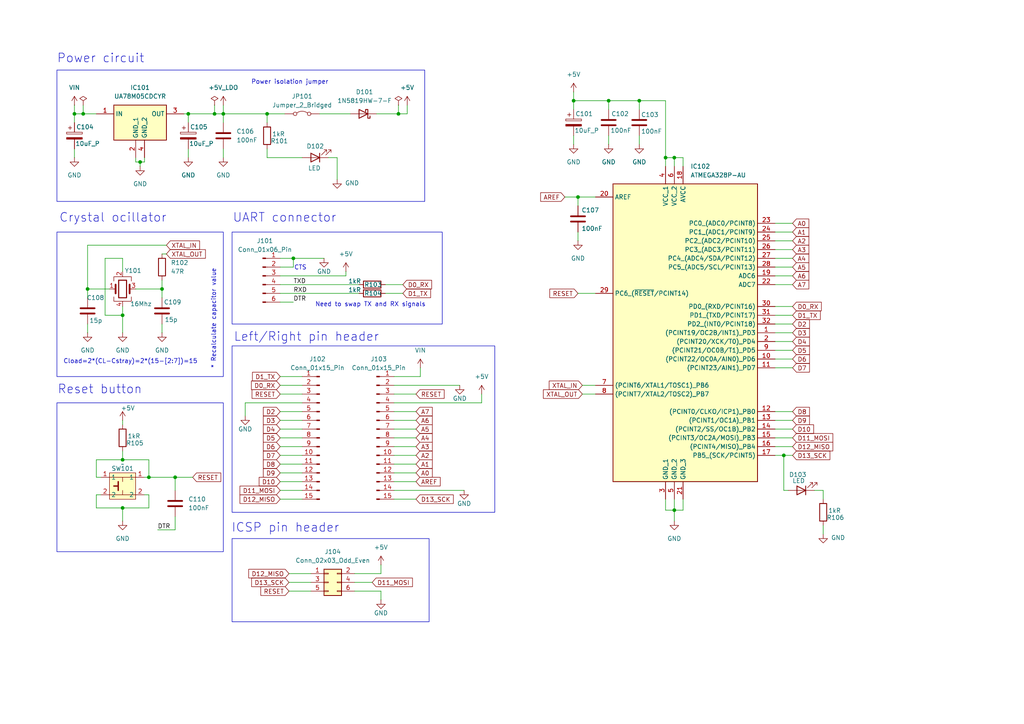
<source format=kicad_sch>
(kicad_sch (version 20250114) (generator "eeschema") (generator_version "9.0")
  (paper "A4")
  (lib_symbols
    (symbol "Connector:Conn_01x06_Pin" (pin_names (offset 1.016) (hide yes))
      (property "Reference" "J" (at 0 7.62 0))
      (property "Value" "Conn_01x06_Pin" (at 0 -10.16 0))
      (symbol "Conn_01x06_Pin_1_1"
        (pin passive line (at 5.08 5.08 180) (length 3.81) (name "Pin_1") (number "1"))
        (pin passive line (at 5.08 2.54 180) (length 3.81) (name "Pin_2") (number "2"))
        (pin passive line (at 5.08 0 180) (length 3.81) (name "Pin_3") (number "3"))
        (pin passive line (at 5.08 -2.54 180) (length 3.81) (name "Pin_4") (number "4"))
        (pin passive line (at 5.08 -5.08 180) (length 3.81) (name "Pin_5") (number "5"))
        (pin passive line (at 5.08 -7.62 180) (length 3.81) (name "Pin_6") (number "6"))
      )
    )
    (symbol "Connector:Conn_01x15_Pin" (pin_names (offset 1.016) (hide yes))
      (property "Reference" "J" (at 0 20.32 0))
      (property "Value" "Conn_01x15_Pin" (at 0 -20.32 0))
      (symbol "Conn_01x15_Pin_1_1"
        (pin passive line (at 5.08 17.78 180) (length 3.81) (name "Pin_1") (number "1"))
        (pin passive line (at 5.08 15.24 180) (length 3.81) (name "Pin_2") (number "2"))
        (pin passive line (at 5.08 12.7 180) (length 3.81) (name "Pin_3") (number "3"))
        (pin passive line (at 5.08 10.16 180) (length 3.81) (name "Pin_4") (number "4"))
        (pin passive line (at 5.08 7.62 180) (length 3.81) (name "Pin_5") (number "5"))
        (pin passive line (at 5.08 5.08 180) (length 3.81) (name "Pin_6") (number "6"))
        (pin passive line (at 5.08 2.54 180) (length 3.81) (name "Pin_7") (number "7"))
        (pin passive line (at 5.08 0 180) (length 3.81) (name "Pin_8") (number "8"))
        (pin passive line (at 5.08 -2.54 180) (length 3.81) (name "Pin_9") (number "9"))
        (pin passive line (at 5.08 -5.08 180) (length 3.81) (name "Pin_10") (number "10"))
        (pin passive line (at 5.08 -7.62 180) (length 3.81) (name "Pin_11") (number "11"))
        (pin passive line (at 5.08 -10.16 180) (length 3.81) (name "Pin_12") (number "12"))
        (pin passive line (at 5.08 -12.7 180) (length 3.81) (name "Pin_13") (number "13"))
        (pin passive line (at 5.08 -15.24 180) (length 3.81) (name "Pin_14") (number "14"))
        (pin passive line (at 5.08 -17.78 180) (length 3.81) (name "Pin_15") (number "15"))
      )
    )
    (symbol "Connector_Generic:Conn_02x03_Odd_Even" (pin_names (offset 1.016) (hide yes))
      (property "Reference" "J" (at 1.27 5.08 0))
      (property "Value" "Conn_02x03_Odd_Even" (at 1.27 -5.08 0))
      (symbol "Conn_02x03_Odd_Even_1_1"
        (pin passive line (at -5.08 2.54 0) (length 3.81) (name "Pin_1") (number "1"))
        (pin passive line (at -5.08 0 0) (length 3.81) (name "Pin_3") (number "3"))
        (pin passive line (at -5.08 -2.54 0) (length 3.81) (name "Pin_5") (number "5"))
        (pin passive line (at 7.62 2.54 180) (length 3.81) (name "Pin_2") (number "2"))
        (pin passive line (at 7.62 0 180) (length 3.81) (name "Pin_4") (number "4"))
        (pin passive line (at 7.62 -2.54 180) (length 3.81) (name "Pin_6") (number "6"))
      )
    )
    (symbol "Device:C" (pin_numbers (hide yes)) (pin_names (offset 0.254))
      (property "Reference" "C" (at 0.635 2.54 0))
      (property "Value" "C" (at 0.635 -2.54 0))
      (symbol "C_1_1"
        (pin passive line (at 0 3.81 270) (length 2.794) (name "~") (number "1"))
        (pin passive line (at 0 -3.81 90) (length 2.794) (name "~") (number "2"))
      )
    )
    (symbol "Device:C_Polarized" (pin_numbers (hide yes)) (pin_names (offset 0.254))
      (property "Reference" "C" (at 0.635 2.54 0))
      (property "Value" "C_Polarized" (at 0.635 -2.54 0))
      (symbol "C_Polarized_1_1"
        (pin passive line (at 0 3.81 270) (length 2.794) (name "~") (number "1"))
        (pin passive line (at 0 -3.81 90) (length 2.794) (name "~") (number "2"))
      )
    )
    (symbol "Device:Crystal_GND24" (pin_names (offset 1.016) (hide yes))
      (property "Reference" "Y" (at 3.175 5.08 0))
      (property "Value" "Crystal_GND24" (at 3.175 3.175 0))
      (symbol "Crystal_GND24_1_1"
        (pin passive line (at -3.81 0 0) (length 1.27) (name "1") (number "1"))
        (pin passive line (at 0 5.08 270) (length 1.27) (name "2") (number "2"))
        (pin passive line (at 0 -5.08 90) (length 1.27) (name "4") (number "4"))
        (pin passive line (at 3.81 0 180) (length 1.27) (name "3") (number "3"))
      )
    )
    (symbol "Device:D_Schottky" (pin_numbers (hide yes)) (pin_names (offset 1.016) (hide yes))
      (property "Reference" "D" (at 0 2.54 0))
      (property "Value" "D_Schottky" (at 0 -2.54 0))
      (symbol "D_Schottky_1_1"
        (pin passive line (at -3.81 0 0) (length 2.54) (name "K") (number "1"))
        (pin passive line (at 3.81 0 180) (length 2.54) (name "A") (number "2"))
      )
    )
    (symbol "Device:LED" (pin_numbers (hide yes)) (pin_names (offset 1.016) (hide yes))
      (property "Reference" "D" (at 0 2.54 0))
      (property "Value" "LED" (at 0 -2.54 0))
      (symbol "LED_1_1"
        (pin passive line (at -3.81 0 0) (length 2.54) (name "K") (number "1"))
        (pin passive line (at 3.81 0 180) (length 2.54) (name "A") (number "2"))
      )
    )
    (symbol "Device:R" (pin_numbers (hide yes)) (pin_names (offset 0))
      (property "Reference" "R" (at 2.032 0 90))
      (property "Value" "R" (at 0 0 90))
      (symbol "R_1_1"
        (pin passive line (at 0 3.81 270) (length 1.27) (name "~") (number "1"))
        (pin passive line (at 0 -3.81 90) (length 1.27) (name "~") (number "2"))
      )
    )
    (symbol "GND_5" (power) (pin_numbers (hide yes)) (pin_names (offset 0) (hide yes))
      (property "Value" "GND" (at 0 -3.81 0))
      (symbol "GND_5_1_1"
        (pin power_in line (at 0 0 270) (length 0) (name "~") (number "1"))
      )
    )
    (symbol "Jumper:Jumper_2_Bridged" (pin_numbers (hide yes)) (pin_names (offset 0) (hide yes))
      (property "Reference" "JP" (at 0 1.905 0))
      (property "Value" "Jumper_2_Bridged" (at 0 -2.54 0))
      (symbol "Jumper_2_Bridged_1_1"
        (pin passive line (at -5.08 0 0) (length 2.54) (name "A") (number "1"))
        (pin passive line (at 5.08 0 180) (length 2.54) (name "B") (number "2"))
      )
    )
    (symbol "atmega328p:ATMEGA328P-AU"
      (property "Reference" "IC" (at 25.146 5.08 0))
      (property "Value" "ATMEGA328P-AU" (at 25.146 2.54 0))
      (symbol "ATMEGA328P-AU_1_1"
        (pin passive line (at -5.08 -3.81 0) (length 5.08) (name "AREF") (number "20"))
        (pin passive line (at -5.08 -31.75 0) (length 5.08) (name "PC6_(~{RESET}/PCINT14)") (number "29"))
        (pin passive line (at -5.08 -58.42 0) (length 5.08) (name "(PCINT6/XTAL1/TOSC1)_PB6") (number "7"))
        (pin passive line (at -5.08 -60.96 0) (length 5.08) (name "(PCINT7/XTAL2/TOSC2)_PB7") (number "8"))
        (pin passive line (at 15.24 5.08 270) (length 5.08) (name "VCC_1") (number "4"))
        (pin passive line (at 15.24 -91.44 90) (length 5.08) (name "GND_1") (number "3"))
        (pin passive line (at 17.78 5.08 270) (length 5.08) (name "VCC_2") (number "6"))
        (pin passive line (at 17.78 -91.44 90) (length 5.08) (name "GND_2") (number "5"))
        (pin passive line (at 20.32 5.08 270) (length 5.08) (name "AVCC") (number "18"))
        (pin passive line (at 20.32 -91.44 90) (length 5.08) (name "GND_3") (number "21"))
        (pin passive line (at 46.99 -11.43 180) (length 5.08) (name "PC0_(ADC0/PCINT8)") (number "23"))
        (pin passive line (at 46.99 -13.97 180) (length 5.08) (name "PC1_(ADC1/PCINT9)") (number "24"))
        (pin passive line (at 46.99 -16.51 180) (length 5.08) (name "PC2_(ADC2/PCINT10)") (number "25"))
        (pin passive line (at 46.99 -19.05 180) (length 5.08) (name "PC3_(ADC3/PCINT11)") (number "26"))
        (pin passive line (at 46.99 -21.59 180) (length 5.08) (name "PC4_(ADC4/SDA/PCINT12)") (number "27"))
        (pin passive line (at 46.99 -24.13 180) (length 5.08) (name "PC5_(ADC5/SCL/PCINT13)") (number "28"))
        (pin passive line (at 46.99 -26.67 180) (length 5.08) (name "ADC6") (number "19"))
        (pin passive line (at 46.99 -29.21 180) (length 5.08) (name "ADC7") (number "22"))
        (pin passive line (at 46.99 -35.56 180) (length 5.08) (name "PD0_(RXD/PCINT16)") (number "30"))
        (pin passive line (at 46.99 -38.1 180) (length 5.08) (name "PD1_(TXD/PCINT17)") (number "31"))
        (pin passive line (at 46.99 -40.64 180) (length 5.08) (name "PD2_(INT0/PCINT18)") (number "32"))
        (pin passive line (at 46.99 -43.18 180) (length 5.08) (name "(PCINT19/OC2B/INT1)_PD3") (number "1"))
        (pin passive line (at 46.99 -45.72 180) (length 5.08) (name "(PCINT20/XCK/T0)_PD4") (number "2"))
        (pin passive line (at 46.99 -48.26 180) (length 5.08) (name "(PCINT21/OC0B/T1)_PD5") (number "9"))
        (pin passive line (at 46.99 -50.8 180) (length 5.08) (name "(PCINT22/OC0A/AIN0)_PD6") (number "10"))
        (pin passive line (at 46.99 -53.34 180) (length 5.08) (name "(PCINT23/AIN1)_PD7") (number "11"))
        (pin passive line (at 46.99 -66.04 180) (length 5.08) (name "(PCINT0/CLKO/ICP1)_PB0") (number "12"))
        (pin passive line (at 46.99 -68.58 180) (length 5.08) (name "(PCINT1/OC1A)_PB1") (number "13"))
        (pin passive line (at 46.99 -71.12 180) (length 5.08) (name "(PCINT2/SS/OC1B)_PB2") (number "14"))
        (pin passive line (at 46.99 -73.66 180) (length 5.08) (name "(PCINT3/OC2A/MOSI)_PB3") (number "15"))
        (pin passive line (at 46.99 -76.2 180) (length 5.08) (name "(PCINT4/MISO)_PB4") (number "16"))
        (pin passive line (at 46.99 -78.74 180) (length 5.08) (name "PB5_(SCK/PCINT5)") (number "17"))
      )
    )
    (symbol "atmega328p:SW_PUSH_6mm_H5mm"
      (property "Reference" "SW" (at 0 3.81 0))
      (symbol "SW_PUSH_6mm_H5mm_1_1"
        (pin passive line (at -6.35 1.27 0) (length 2.54) (name "1") (number "1"))
        (pin passive line (at -6.35 -3.81 0) (length 2.54) (name "2") (number "2"))
        (pin passive line (at 6.35 1.27 180) (length 2.54) (name "1") (number "1"))
        (pin passive line (at 6.35 -3.81 180) (length 2.54) (name "2") (number "2"))
      )
    )
    (symbol "atmega328p:UA78M05CDCYR"
      (property "Reference" "IC" (at 0.254 4.318 0))
      (property "Value" "UA78M05CDCYR" (at 0.254 1.778 0))
      (symbol "UA78M05CDCYR_1_1"
        (pin passive line (at -5.08 -2.54 0) (length 5.08) (name "IN") (number "1"))
        (pin passive line (at 6.35 -15.24 90) (length 5.08) (name "GND_1") (number "2"))
        (pin passive line (at 8.89 -15.24 90) (length 5.08) (name "GND_2") (number "4"))
        (pin passive line (at 20.32 -2.54 180) (length 5.08) (name "OUT") (number "3"))
      )
    )
    (symbol "power:+1V0" (power) (pin_numbers (hide yes)) (pin_names (offset 0) (hide yes))
      (property "Value" "+1V0" (at 0 3.556 0))
      (symbol "+1V0_1_1"
        (pin power_in line (at 0 0 90) (length 0) (name "~") (number "1"))
      )
    )
    (symbol "power:+3.3V" (power) (pin_numbers (hide yes)) (pin_names (offset 0) (hide yes))
      (property "Value" "+3.3V" (at 0 3.556 0))
      (symbol "+3.3V_1_1"
        (pin power_in line (at 0 0 90) (length 0) (name "~") (number "1"))
      )
    )
    (symbol "power:+5V" (power) (pin_numbers (hide yes)) (pin_names (offset 0) (hide yes))
      (property "Value" "+5V" (at 0 3.556 0))
      (symbol "+5V_1_1"
        (pin power_in line (at 0 0 90) (length 0) (name "~") (number "1"))
      )
    )
    (symbol "power:GND" (power) (pin_numbers (hide yes)) (pin_names (offset 0) (hide yes))
      (property "Value" "GND" (at 0 -3.81 0))
      (symbol "GND_1_1"
        (pin power_in line (at 0 0 270) (length 0) (name "~") (number "1"))
      )
    )
    (symbol "power:PWR_FLAG" (power) (pin_numbers (hide yes)) (pin_names (offset 0) (hide yes))
      (property "Value" "PWR_FLAG" (at 0 3.81 0))
      (symbol "PWR_FLAG_0_0"
        (pin power_out line (at 0 0 90) (length 0) (name "~") (number "1"))
      )
    )
  )
  (rectangle (start 67.31 100.33) (end 143.51 148.59))
  (rectangle (start 67.31 67.31) (end 128.27 93.98))
  (rectangle (start 16.51 116.84) (end 64.77 160.02))
  (rectangle (start 16.51 20.32) (end 123.19 58.42))
  (rectangle (start 67.31 156.21) (end 124.46 180.34))
  (rectangle (start 16.51 67.31) (end 64.77 109.22))
  (text "* Recalculate capacitor value" (at 61.976 92.456 90) (effects (font (size 1.27 1.27))))
  (text "ICSP pin header" (at 82.804 153.162 0) (effects (font (size 2.54 2.54))))
  (text "UART connector" (at 82.55 63.246 0) (effects (font (size 2.54 2.54))))
  (text "Need to swap TX and RX signals" (at 107.442 88.392 0) (effects (font (size 1.27 1.27))))
  (text "Reset button" (at 28.956 113.03 0) (effects (font (size 2.54 2.54))))
  (text "Power circuit" (at 29.21 17.018 0) (effects (font (size 2.54 2.54))))
  (text "Left/Right pin header" (at 88.9 97.79 0) (effects (font (size 2.54 2.54))))
  (text "CTS" (at 87.122 77.724 0) (effects (font (size 1.27 1.27))))
  (text "Power isolation jumper" (at 84.074 23.876 0) (effects (font (size 1.27 1.27))))
  (text "Cload=2*(CL-Cstray)=2*(15-[2:7])=15" (at 37.846 104.902 0) (effects (font (size 1.27 1.27))))
  (text "Crystal ocillator" (at 32.766 63.246 0) (effects (font (size 2.54 2.54))))
  (junction (at 35.56 91.44))
  (junction (at 35.56 133.35))
  (junction (at 195.58 147.9682))
  (junction (at 166.37 29.21))
  (junction (at 43.18 138.43))
  (junction (at 115.57 33.02))
  (junction (at 46.99 83.82))
  (junction (at 195.58 45.72))
  (junction (at 50.8 138.43))
  (junction (at 227.33 132.08))
  (junction (at 25.4 83.82))
  (junction (at 24.13 33.02))
  (junction (at 193.04 45.72))
  (junction (at 185.42 29.21))
  (junction (at 62.23 33.02))
  (junction (at 176.53 29.21))
  (junction (at 64.77 33.02))
  (junction (at 35.56 147.32))
  (junction (at 77.47 33.02))
  (junction (at 40.64 46.99))
  (junction (at 21.59 33.02))
  (junction (at 167.64 57.15))
  (junction (at 85.09 74.93))
  (junction (at 54.61 33.02))
  (wire (pts (xy 27.94 147.32) (xy 35.56 147.32)))
  (wire (pts (xy 35.56 91.44) (xy 35.56 96.52)))
  (wire (pts (xy 114.3 132.08) (xy 120.65 132.08)))
  (wire (pts (xy 27.94 133.35) (xy 35.56 133.35)))
  (wire (pts (xy 81.28 82.55) (xy 104.14 82.55)))
  (wire (pts (xy 185.42 39.37) (xy 185.42 41.91)))
  (wire (pts (xy 114.3 116.84) (xy 139.7 116.84)))
  (wire (pts (xy 40.64 46.99) (xy 40.64 48.26)))
  (wire (pts (xy 224.79 124.46) (xy 229.87 124.46)))
  (wire (pts (xy 25.4 83.82) (xy 31.75 83.82)))
  (wire (pts (xy 224.79 91.44) (xy 229.87 91.44)))
  (wire (pts (xy 30.48 91.44) (xy 35.56 91.44)))
  (wire (pts (xy 43.18 143.51) (xy 41.91 143.51)))
  (wire (pts (xy 195.58 45.72) (xy 193.04 45.72)))
  (wire (pts (xy 64.77 35.56) (xy 64.77 33.02)))
  (wire (pts (xy 114.3 114.3) (xy 120.65 114.3)))
  (wire (pts (xy 133.35 111.76) (xy 114.3 111.76)))
  (wire (pts (xy 53.34 33.02) (xy 54.61 33.02)))
  (wire (pts (xy 198.12 144.78) (xy 198.12 147.9682)))
  (wire (pts (xy 176.53 39.37) (xy 176.53 41.91)))
  (wire (pts (xy 41.91 45.72) (xy 41.91 46.99)))
  (wire (pts (xy 35.56 88.9) (xy 35.56 91.44)))
  (wire (pts (xy 64.77 43.18) (xy 64.77 45.72)))
  (wire (pts (xy 224.79 121.92) (xy 229.87 121.92)))
  (wire (pts (xy 25.4 71.12) (xy 25.4 83.82)))
  (wire (pts (xy 114.3 142.24) (xy 134.62 142.24)))
  (wire (pts (xy 81.28 124.46) (xy 87.63 124.46)))
  (wire (pts (xy 85.09 74.93) (xy 85.09 77.47)))
  (wire (pts (xy 185.42 31.75) (xy 185.42 29.21)))
  (wire (pts (xy 64.77 33.02) (xy 77.47 33.02)))
  (wire (pts (xy 172.72 114.3) (xy 168.91 114.3)))
  (wire (pts (xy 81.28 129.54) (xy 87.63 129.54)))
  (wire (pts (xy 77.47 45.72) (xy 87.63 45.72)))
  (wire (pts (xy 83.82 166.37) (xy 90.17 166.37)))
  (wire (pts (xy 27.94 138.43) (xy 29.21 138.43)))
  (wire (pts (xy 41.91 46.99) (xy 40.64 46.99)))
  (wire (pts (xy 195.58 48.26) (xy 195.58 45.72)))
  (wire (pts (xy 114.3 137.16) (xy 120.65 137.16)))
  (wire (pts (xy 224.79 132.08) (xy 227.33 132.08)))
  (wire (pts (xy 224.79 82.55) (xy 229.87 82.55)))
  (wire (pts (xy 100.33 78.74) (xy 100.33 80.01)))
  (wire (pts (xy 166.37 29.21) (xy 166.37 31.75)))
  (wire (pts (xy 167.64 67.31) (xy 167.64 69.85)))
  (wire (pts (xy 236.22 142.24) (xy 238.76 142.24)))
  (wire (pts (xy 81.28 80.01) (xy 100.33 80.01)))
  (wire (pts (xy 85.09 74.93) (xy 93.98 74.93)))
  (wire (pts (xy 35.56 78.74) (xy 35.56 74.93)))
  (wire (pts (xy 25.4 71.12) (xy 48.26 71.12)))
  (wire (pts (xy 139.7 116.84) (xy 139.7 114.3)))
  (wire (pts (xy 64.77 30.48) (xy 64.77 33.02)))
  (wire (pts (xy 176.53 29.21) (xy 166.37 29.21)))
  (wire (pts (xy 25.4 93.98) (xy 25.4 96.52)))
  (wire (pts (xy 102.87 166.37) (xy 110.49 166.37)))
  (wire (pts (xy 35.56 147.32) (xy 35.56 151.13)))
  (wire (pts (xy 193.04 147.9682) (xy 195.58 147.9682)))
  (wire (pts (xy 114.3 109.22) (xy 121.92 109.22)))
  (wire (pts (xy 35.56 74.93) (xy 30.48 74.93)))
  (wire (pts (xy 45.72 153.67) (xy 50.8 153.67)))
  (wire (pts (xy 81.28 77.47) (xy 85.09 77.47)))
  (wire (pts (xy 114.3 127) (xy 120.65 127)))
  (wire (pts (xy 114.3 144.78) (xy 120.65 144.78)))
  (wire (pts (xy 224.79 69.85) (xy 229.87 69.85)))
  (wire (pts (xy 195.58 144.78) (xy 195.58 147.9682)))
  (wire (pts (xy 92.71 33.02) (xy 101.6 33.02)))
  (wire (pts (xy 54.61 33.02) (xy 62.23 33.02)))
  (wire (pts (xy 224.79 72.39) (xy 229.87 72.39)))
  (wire (pts (xy 102.87 168.91) (xy 107.95 168.91)))
  (wire (pts (xy 166.37 39.37) (xy 166.37 41.91)))
  (wire (pts (xy 224.79 99.06) (xy 229.87 99.06)))
  (wire (pts (xy 224.79 67.31) (xy 229.87 67.31)))
  (wire (pts (xy 114.3 129.54) (xy 120.65 129.54)))
  (wire (pts (xy 39.37 46.99) (xy 40.64 46.99)))
  (wire (pts (xy 114.3 124.46) (xy 120.65 124.46)))
  (wire (pts (xy 21.59 33.02) (xy 21.59 35.56)))
  (wire (pts (xy 62.23 33.02) (xy 64.77 33.02)))
  (wire (pts (xy 198.12 48.26) (xy 198.12 45.72)))
  (wire (pts (xy 102.87 171.45) (xy 110.49 171.45)))
  (wire (pts (xy 81.28 111.76) (xy 87.63 111.76)))
  (wire (pts (xy 35.56 121.92) (xy 35.56 123.19)))
  (wire (pts (xy 27.94 133.35) (xy 27.94 138.43)))
  (wire (pts (xy 224.79 77.47) (xy 229.87 77.47)))
  (wire (pts (xy 81.28 137.16) (xy 87.63 137.16)))
  (wire (pts (xy 77.47 33.02) (xy 82.55 33.02)))
  (wire (pts (xy 193.04 48.26) (xy 193.04 45.72)))
  (wire (pts (xy 54.61 35.56) (xy 54.61 33.02)))
  (wire (pts (xy 109.22 33.02) (xy 115.57 33.02)))
  (wire (pts (xy 62.23 30.48) (xy 62.23 33.02)))
  (wire (pts (xy 167.64 57.15) (xy 167.64 59.69)))
  (wire (pts (xy 35.56 130.81) (xy 35.56 133.35)))
  (wire (pts (xy 228.6 142.24) (xy 227.33 142.24)))
  (wire (pts (xy 224.79 93.98) (xy 229.87 93.98)))
  (wire (pts (xy 81.28 139.7) (xy 87.63 139.7)))
  (wire (pts (xy 39.37 45.72) (xy 39.37 46.99)))
  (wire (pts (xy 193.04 45.72) (xy 193.04 29.21)))
  (wire (pts (xy 25.4 86.36) (xy 25.4 83.82)))
  (wire (pts (xy 54.61 43.18) (xy 54.61 45.72)))
  (wire (pts (xy 224.79 88.9) (xy 229.87 88.9)))
  (wire (pts (xy 195.58 147.9682) (xy 195.58 151.13)))
  (wire (pts (xy 115.57 30.48) (xy 115.57 33.02)))
  (wire (pts (xy 77.47 33.02) (xy 77.47 35.56)))
  (wire (pts (xy 30.48 74.93) (xy 30.48 91.44)))
  (wire (pts (xy 118.11 33.02) (xy 118.11 30.48)))
  (wire (pts (xy 81.28 127) (xy 87.63 127)))
  (wire (pts (xy 41.91 138.43) (xy 43.18 138.43)))
  (wire (pts (xy 238.76 152.4) (xy 238.76 154.94)))
  (wire (pts (xy 224.79 96.52) (xy 229.87 96.52)))
  (wire (pts (xy 81.28 85.09) (xy 104.14 85.09)))
  (wire (pts (xy 193.04 144.78) (xy 193.04 147.9682)))
  (wire (pts (xy 81.28 121.92) (xy 87.63 121.92)))
  (wire (pts (xy 195.58 147.9682) (xy 198.12 147.9682)))
  (wire (pts (xy 121.92 109.22) (xy 121.92 106.68)))
  (wire (pts (xy 224.79 101.6) (xy 229.87 101.6)))
  (wire (pts (xy 167.64 85.09) (xy 172.72 85.09)))
  (wire (pts (xy 114.3 134.62) (xy 120.65 134.62)))
  (wire (pts (xy 172.72 57.15) (xy 167.64 57.15)))
  (wire (pts (xy 163.83 57.15) (xy 167.64 57.15)))
  (wire (pts (xy 81.28 114.3) (xy 87.63 114.3)))
  (wire (pts (xy 224.79 104.14) (xy 229.87 104.14)))
  (wire (pts (xy 24.13 33.02) (xy 27.94 33.02)))
  (wire (pts (xy 185.42 29.21) (xy 176.53 29.21)))
  (wire (pts (xy 97.79 45.72) (xy 97.79 52.07)))
  (wire (pts (xy 110.49 166.37) (xy 110.49 163.83)))
  (wire (pts (xy 35.56 147.32) (xy 43.18 147.32)))
  (wire (pts (xy 21.59 43.18) (xy 21.59 45.72)))
  (wire (pts (xy 81.28 142.24) (xy 87.63 142.24)))
  (wire (pts (xy 27.94 143.51) (xy 27.94 147.32)))
  (wire (pts (xy 95.25 45.72) (xy 97.79 45.72)))
  (wire (pts (xy 77.47 43.18) (xy 77.47 45.72)))
  (wire (pts (xy 224.79 74.93) (xy 229.87 74.93)))
  (wire (pts (xy 50.8 138.43) (xy 50.8 142.24)))
  (wire (pts (xy 110.49 171.45) (xy 110.49 173.99)))
  (wire (pts (xy 43.18 138.43) (xy 50.8 138.43)))
  (wire (pts (xy 114.3 121.92) (xy 120.65 121.92)))
  (wire (pts (xy 46.99 73.66) (xy 48.26 73.66)))
  (wire (pts (xy 81.28 144.78) (xy 87.63 144.78)))
  (wire (pts (xy 29.21 143.51) (xy 27.94 143.51)))
  (wire (pts (xy 111.76 85.09) (xy 116.84 85.09)))
  (wire (pts (xy 81.28 109.22) (xy 87.63 109.22)))
  (wire (pts (xy 193.04 29.21) (xy 185.42 29.21)))
  (wire (pts (xy 21.59 30.48) (xy 21.59 33.02)))
  (wire (pts (xy 81.28 119.38) (xy 87.63 119.38)))
  (wire (pts (xy 224.79 127) (xy 229.87 127)))
  (wire (pts (xy 227.33 132.08) (xy 227.33 142.24)))
  (wire (pts (xy 166.37 26.67) (xy 166.37 29.21)))
  (wire (pts (xy 83.82 171.45) (xy 90.17 171.45)))
  (wire (pts (xy 81.28 132.08) (xy 87.63 132.08)))
  (wire (pts (xy 87.63 116.84) (xy 71.12 116.84)))
  (wire (pts (xy 238.76 142.24) (xy 238.76 144.78)))
  (wire (pts (xy 21.59 33.02) (xy 24.13 33.02)))
  (wire (pts (xy 198.12 45.72) (xy 195.58 45.72)))
  (wire (pts (xy 46.99 83.82) (xy 46.99 81.28)))
  (wire (pts (xy 71.12 116.84) (xy 71.12 120.65)))
  (wire (pts (xy 35.56 133.35) (xy 43.18 133.35)))
  (wire (pts (xy 46.99 83.82) (xy 46.99 86.36)))
  (wire (pts (xy 114.3 139.7) (xy 120.65 139.7)))
  (wire (pts (xy 224.79 106.68) (xy 229.87 106.68)))
  (wire (pts (xy 83.82 168.91) (xy 90.17 168.91)))
  (wire (pts (xy 115.57 33.02) (xy 118.11 33.02)))
  (wire (pts (xy 43.18 138.43) (xy 43.18 133.35)))
  (wire (pts (xy 81.28 74.93) (xy 85.09 74.93)))
  (wire (pts (xy 224.79 80.01) (xy 229.87 80.01)))
  (wire (pts (xy 224.79 119.38) (xy 229.87 119.38)))
  (wire (pts (xy 24.13 30.48) (xy 24.13 33.02)))
  (wire (pts (xy 114.3 119.38) (xy 120.65 119.38)))
  (wire (pts (xy 81.28 87.63) (xy 85.09 87.63)))
  (wire (pts (xy 227.33 132.08) (xy 229.87 132.08)))
  (wire (pts (xy 46.99 93.98) (xy 46.99 96.52)))
  (wire (pts (xy 168.91 111.76) (xy 172.72 111.76)))
  (wire (pts (xy 224.79 129.54) (xy 229.87 129.54)))
  (wire (pts (xy 81.28 134.62) (xy 87.63 134.62)))
  (wire (pts (xy 176.53 31.75) (xy 176.53 29.21)))
  (wire (pts (xy 50.8 149.86) (xy 50.8 153.67)))
  (wire (pts (xy 111.76 82.55) (xy 116.84 82.55)))
  (wire (pts (xy 43.18 147.32) (xy 43.18 143.51)))
  (wire (pts (xy 39.37 83.82) (xy 46.99 83.82)))
  (wire (pts (xy 224.79 64.77) (xy 229.87 64.77)))
  (wire (pts (xy 50.8 138.43) (xy 55.88 138.43)))
  (label "DTR" (at 85.09 87.63 0))
  (label "DTR" (at 45.72 153.67 0))
  (label "TXD" (at 85.09 82.55 0))
  (label "RXD" (at 85.09 85.09 0))
  (global_label "AREF" (shape input) (at 120.65 139.7 0) (property "Intersheetrefs" "${INTERSHEET_REFS}" (effects (hide yes))))
  (global_label "A6" (shape input) (at 229.87 80.01 0) (property "Intersheetrefs" "${INTERSHEET_REFS}" (effects (hide yes))))
  (global_label "D1_TX" (shape input) (at 116.84 85.09 0) (property "Intersheetrefs" "${INTERSHEET_REFS}" (effects (hide yes))))
  (global_label "A4" (shape input) (at 120.65 127 0) (property "Intersheetrefs" "${INTERSHEET_REFS}" (effects (hide yes))))
  (global_label "RESET" (shape input) (at 120.65 114.3 0) (property "Intersheetrefs" "${INTERSHEET_REFS}" (effects (hide yes))))
  (global_label "D9" (shape input) (at 229.87 121.92 0) (property "Intersheetrefs" "${INTERSHEET_REFS}" (effects (hide yes))))
  (global_label "D10" (shape input) (at 229.87 124.46 0) (property "Intersheetrefs" "${INTERSHEET_REFS}" (effects (hide yes))))
  (global_label "D0_RX" (shape input) (at 229.87 88.9 0) (property "Intersheetrefs" "${INTERSHEET_REFS}" (effects (hide yes))))
  (global_label "RESET" (shape input) (at 167.64 85.09 180) (property "Intersheetrefs" "${INTERSHEET_REFS}" (effects (hide yes))))
  (global_label "A0" (shape input) (at 229.87 64.77 0) (property "Intersheetrefs" "${INTERSHEET_REFS}" (effects (hide yes))))
  (global_label "A3" (shape input) (at 229.87 72.39 0) (property "Intersheetrefs" "${INTERSHEET_REFS}" (effects (hide yes))))
  (global_label "D11_MOSI" (shape input) (at 81.28 142.24 180) (property "Intersheetrefs" "${INTERSHEET_REFS}" (effects (hide yes))))
  (global_label "D12_MISO" (shape input) (at 229.87 129.54 0) (property "Intersheetrefs" "${INTERSHEET_REFS}" (effects (hide yes))))
  (global_label "D5" (shape input) (at 229.87 101.6 0) (property "Intersheetrefs" "${INTERSHEET_REFS}" (effects (hide yes))))
  (global_label "D6" (shape input) (at 229.87 104.14 0) (property "Intersheetrefs" "${INTERSHEET_REFS}" (effects (hide yes))))
  (global_label "D3" (shape input) (at 229.87 96.52 0) (property "Intersheetrefs" "${INTERSHEET_REFS}" (effects (hide yes))))
  (global_label "D13_SCK" (shape input) (at 120.65 144.78 0) (property "Intersheetrefs" "${INTERSHEET_REFS}" (effects (hide yes))))
  (global_label "A7" (shape input) (at 120.65 119.38 0) (property "Intersheetrefs" "${INTERSHEET_REFS}" (effects (hide yes))))
  (global_label "XTAL_IN" (shape input) (at 168.91 111.76 180) (property "Intersheetrefs" "${INTERSHEET_REFS}" (effects (hide yes))))
  (global_label "D0_RX" (shape input) (at 116.84 82.55 0) (property "Intersheetrefs" "${INTERSHEET_REFS}" (effects (hide yes))))
  (global_label "XTAL_OUT" (shape input) (at 48.26 73.66 0) (property "Intersheetrefs" "${INTERSHEET_REFS}" (effects (hide yes))))
  (global_label "D11_MOSI" (shape input) (at 229.87 127 0) (property "Intersheetrefs" "${INTERSHEET_REFS}" (effects (hide yes))))
  (global_label "D1_TX" (shape input) (at 229.87 91.44 0) (property "Intersheetrefs" "${INTERSHEET_REFS}" (effects (hide yes))))
  (global_label "D5" (shape input) (at 81.28 127 180) (property "Intersheetrefs" "${INTERSHEET_REFS}" (effects (hide yes))))
  (global_label "A7" (shape input) (at 229.87 82.55 0) (property "Intersheetrefs" "${INTERSHEET_REFS}" (effects (hide yes))))
  (global_label "XTAL_OUT" (shape input) (at 168.91 114.3 180) (property "Intersheetrefs" "${INTERSHEET_REFS}" (effects (hide yes))))
  (global_label "D4" (shape input) (at 229.87 99.06 0) (property "Intersheetrefs" "${INTERSHEET_REFS}" (effects (hide yes))))
  (global_label "RESET" (shape input) (at 81.28 114.3 180) (property "Intersheetrefs" "${INTERSHEET_REFS}" (effects (hide yes))))
  (global_label "D8" (shape input) (at 229.87 119.38 0) (property "Intersheetrefs" "${INTERSHEET_REFS}" (effects (hide yes))))
  (global_label "A2" (shape input) (at 229.87 69.85 0) (property "Intersheetrefs" "${INTERSHEET_REFS}" (effects (hide yes))))
  (global_label "D4" (shape input) (at 81.28 124.46 180) (property "Intersheetrefs" "${INTERSHEET_REFS}" (effects (hide yes))))
  (global_label "A6" (shape input) (at 120.65 121.92 0) (property "Intersheetrefs" "${INTERSHEET_REFS}" (effects (hide yes))))
  (global_label "D12_MISO" (shape input) (at 81.28 144.78 180) (property "Intersheetrefs" "${INTERSHEET_REFS}" (effects (hide yes))))
  (global_label "D6" (shape input) (at 81.28 129.54 180) (property "Intersheetrefs" "${INTERSHEET_REFS}" (effects (hide yes))))
  (global_label "D8" (shape input) (at 81.28 134.62 180) (property "Intersheetrefs" "${INTERSHEET_REFS}" (effects (hide yes))))
  (global_label "A5" (shape input) (at 120.65 124.46 0) (property "Intersheetrefs" "${INTERSHEET_REFS}" (effects (hide yes))))
  (global_label "D13_SCK" (shape input) (at 229.87 132.08 0) (property "Intersheetrefs" "${INTERSHEET_REFS}" (effects (hide yes))))
  (global_label "A4" (shape input) (at 229.87 74.93 0) (property "Intersheetrefs" "${INTERSHEET_REFS}" (effects (hide yes))))
  (global_label "D1_TX" (shape input) (at 81.28 109.22 180) (property "Intersheetrefs" "${INTERSHEET_REFS}" (effects (hide yes))))
  (global_label "D12_MISO" (shape input) (at 83.82 166.37 180) (property "Intersheetrefs" "${INTERSHEET_REFS}" (effects (hide yes))))
  (global_label "D3" (shape input) (at 81.28 121.92 180) (property "Intersheetrefs" "${INTERSHEET_REFS}" (effects (hide yes))))
  (global_label "A5" (shape input) (at 229.87 77.47 0) (property "Intersheetrefs" "${INTERSHEET_REFS}" (effects (hide yes))))
  (global_label "RESET" (shape input) (at 83.82 171.45 180) (property "Intersheetrefs" "${INTERSHEET_REFS}" (effects (hide yes))))
  (global_label "D9" (shape input) (at 81.28 137.16 180) (property "Intersheetrefs" "${INTERSHEET_REFS}" (effects (hide yes))))
  (global_label "D7" (shape input) (at 81.28 132.08 180) (property "Intersheetrefs" "${INTERSHEET_REFS}" (effects (hide yes))))
  (global_label "D2" (shape input) (at 81.28 119.38 180) (property "Intersheetrefs" "${INTERSHEET_REFS}" (effects (hide yes))))
  (global_label "D10" (shape input) (at 81.28 139.7 180) (property "Intersheetrefs" "${INTERSHEET_REFS}" (effects (hide yes))))
  (global_label "RESET" (shape input) (at 55.88 138.43 0) (property "Intersheetrefs" "${INTERSHEET_REFS}" (effects (hide yes))))
  (global_label "A1" (shape input) (at 120.65 134.62 0) (property "Intersheetrefs" "${INTERSHEET_REFS}" (effects (hide yes))))
  (global_label "A1" (shape input) (at 229.87 67.31 0) (property "Intersheetrefs" "${INTERSHEET_REFS}" (effects (hide yes))))
  (global_label "D2" (shape input) (at 229.87 93.98 0) (property "Intersheetrefs" "${INTERSHEET_REFS}" (effects (hide yes))))
  (global_label "A3" (shape input) (at 120.65 129.54 0) (property "Intersheetrefs" "${INTERSHEET_REFS}" (effects (hide yes))))
  (global_label "AREF" (shape input) (at 163.83 57.15 180) (property "Intersheetrefs" "${INTERSHEET_REFS}" (effects (hide yes))))
  (global_label "D11_MOSI" (shape input) (at 107.95 168.91 0) (property "Intersheetrefs" "${INTERSHEET_REFS}" (effects (hide yes))))
  (global_label "D7" (shape input) (at 229.87 106.68 0) (property "Intersheetrefs" "${INTERSHEET_REFS}" (effects (hide yes))))
  (global_label "XTAL_IN" (shape input) (at 48.26 71.12 0) (property "Intersheetrefs" "${INTERSHEET_REFS}" (effects (hide yes))))
  (global_label "A0" (shape input) (at 120.65 137.16 0) (property "Intersheetrefs" "${INTERSHEET_REFS}" (effects (hide yes))))
  (global_label "A2" (shape input) (at 120.65 132.08 0) (property "Intersheetrefs" "${INTERSHEET_REFS}" (effects (hide yes))))
  (global_label "D0_RX" (shape input) (at 81.28 111.76 180) (property "Intersheetrefs" "${INTERSHEET_REFS}" (effects (hide yes))))
  (global_label "D13_SCK" (shape input) (at 83.82 168.91 180) (property "Intersheetrefs" "${INTERSHEET_REFS}" (effects (hide yes))))
  (symbol (lib_id "power:+5V") (at 100.33 78.74 0) (unit 1)
    (property "Reference" "#PWR0115" (effects (hide yes)))
    (property "Value" "+5V" (at 100.33 73.66 0))
    (property "Description" "Power symbol creates a global label with name \"+5V\"" (effects (hide yes)))
  )
  (symbol (lib_id "power:GND") (at 238.76 154.94 0) (mirror y) (unit 1)
    (property "Reference" "#PWR0127" (effects (hide yes)))
    (property "Value" "GND" (at 243.078 155.956 0))
    (property "Description" "Power symbol creates a global label with name \"GND\" , ground" (effects (hide yes)))
  )
  (symbol (lib_id "Device:C") (at 50.8 146.05 0) (unit 1)
    (property "Reference" "C110" (at 54.61 144.7799 0) (effects (justify left)))
    (property "Value" "100nF" (at 54.61 147.3199 0) (effects (justify left)))
    (property "Footprint" "Capacitor_SMD:C_0402_1005Metric" (effects (hide yes)))
    (property "Description" "Unpolarized capacitor" (effects (hide yes)))
    (property "Manufacturer" "Samsung Electro-Mechanics" (effects (hide yes)))
    (property "Manufacturer Part Number" "CL05B104KO5NNNC" (effects (hide yes)))
  )
  (symbol (lib_id "Device:R") (at 107.95 82.55 90) (unit 1)
    (property "Reference" "R103" (at 108.204 82.55 90))
    (property "Value" "1kR" (at 102.87 81.534 90))
    (property "Footprint" "Resistor_SMD:R_0805_2012Metric" (effects (hide yes)))
    (property "Description" "Resistor" (effects (hide yes)))
  )
  (symbol (lib_id "Connector_Generic:Conn_02x03_Odd_Even") (at 95.25 168.91 0) (unit 1)
    (property "Reference" "J104" (at 96.52 160.02 0))
    (property "Value" "Conn_02x03_Odd_Even" (at 96.52 162.56 0))
    (property "Footprint" "Connector_PinHeader_2.54mm:PinHeader_2x03_P2.54mm_Vertical" (effects (hide yes)))
    (property "Description" "Generic connector, double row, 02x03, odd/even pin numbering scheme (row 1 odd numbers, row 2 even numbers), script generated (kicad-library-utils/schlib/autogen/connector/)" (effects (hide yes)))
  )
  (symbol (lib_id "power:GND") (at 54.61 45.72 0) (unit 1)
    (property "Reference" "#PWR0109" (effects (hide yes)))
    (property "Value" "GND" (at 54.61 50.8 0))
    (property "Description" "Power symbol creates a global label with name \"GND\" , ground" (effects (hide yes)))
  )
  (symbol (lib_id "power:+5V") (at 110.49 163.83 0) (unit 1)
    (property "Reference" "#PWR0128" (effects (hide yes)))
    (property "Value" "+5V" (at 110.49 158.75 0))
    (property "Description" "Power symbol creates a global label with name \"+5V\"" (effects (hide yes)))
  )
  (symbol (lib_id "power:GND") (at 185.42 41.91 0) (unit 1)
    (property "Reference" "#PWR0107" (effects (hide yes)))
    (property "Value" "GND" (at 185.42 46.99 0))
    (property "Description" "Power symbol creates a global label with name \"GND\" , ground" (effects (hide yes)))
  )
  (symbol (lib_id "power:GND") (at 40.64 48.26 0) (unit 1)
    (property "Reference" "#PWR0111" (effects (hide yes)))
    (property "Value" "GND" (at 40.64 53.34 0))
    (property "Description" "Power symbol creates a global label with name \"GND\" , ground" (effects (hide yes)))
  )
  (symbol (lib_id "power:GND") (at 167.64 69.85 0) (unit 1)
    (property "Reference" "#PWR0113" (effects (hide yes)))
    (property "Value" "GND" (at 167.64 74.93 0))
    (property "Description" "Power symbol creates a global label with name \"GND\" , ground" (effects (hide yes)))
  )
  (symbol (lib_id "power:+5V") (at 139.7 114.3 0) (unit 1)
    (property "Reference" "#PWR0121" (effects (hide yes)))
    (property "Value" "+5V" (at 139.7 109.22 0))
    (property "Description" "Power symbol creates a global label with name \"+5V\"" (effects (hide yes)))
  )
  (symbol (lib_id "Connector:Conn_01x06_Pin") (at 76.2 80.01 0) (unit 1)
    (property "Reference" "J101" (at 76.835 69.85 0))
    (property "Value" "Conn_01x06_Pin" (at 76.835 72.39 0))
    (property "Footprint" "Connector_PinHeader_2.54mm:PinHeader_1x06_P2.54mm_Vertical" (effects (hide yes)))
    (property "Description" "Generic connector, single row, 01x06, script generated" (effects (hide yes)))
  )
  (symbol (lib_id "power:GND") (at 64.77 45.72 0) (unit 1)
    (property "Reference" "#PWR0110" (effects (hide yes)))
    (property "Value" "GND" (at 64.77 50.8 0))
    (property "Description" "Power symbol creates a global label with name \"GND\" , ground" (effects (hide yes)))
  )
  (symbol (lib_id "Connector:Conn_01x15_Pin") (at 109.22 127 0) (unit 1)
    (property "Reference" "J103" (at 109.855 104.14 0))
    (property "Value" "Conn_01x15_Pin" (at 109.855 106.68 0))
    (property "Footprint" "Connector_PinHeader_2.54mm:PinHeader_1x15_P2.54mm_Vertical" (effects (hide yes)))
    (property "Description" "Generic connector, single row, 01x15, script generated" (effects (hide yes)))
  )
  (symbol (lib_id "power:+5V") (at 64.77 30.48 0) (unit 1)
    (property "Reference" "#PWR0103" (effects (hide yes)))
    (property "Value" "+5V_LDO" (at 64.77 25.4 0))
    (property "Description" "Power symbol creates a global label with name \"+5V\"" (effects (hide yes)))
  )
  (symbol (lib_id "power:PWR_FLAG") (at 24.13 30.48 0) (unit 1)
    (property "Reference" "#FLG0101" (effects (hide yes)))
    (property "Value" "PWR_FLAG" (effects (hide yes)))
    (property "Description" "Special symbol for telling ERC where power comes from" (effects (hide yes)))
  )
  (symbol (lib_id "Device:LED") (at 91.44 45.72 180) (unit 1)
    (property "Reference" "D102" (at 91.44 42.418 0))
    (property "Value" "LED" (at 91.186 48.768 0))
    (property "Footprint" "LED_SMD:LED_0603_1608Metric" (effects (hide yes)))
    (property "Description" "Light emitting diode" (effects (hide yes)))
    (property "Sim.Pins" "1=K 2=A" (effects (hide yes)))
    (property "Manufacturer" "XINGLIGHT" (effects (hide yes)))
    (property "Manufacturer Part Number" "XL-1608SURC-06" (effects (hide yes)))
  )
  (symbol (lib_id "atmega328p:SW_PUSH_6mm_H5mm") (at 35.56 139.7 0) (unit 1)
    (property "Reference" "SW101" (at 35.56 135.89 0))
    (property "Value" "~" (at 35.56 134.62 0))
    (property "Footprint" "atmega328p:SW_PUSH_6mm_H5mm" (effects (hide yes)))
  )
  (symbol (lib_id "power:+1V0") (at 21.59 30.48 0) (unit 1)
    (property "Reference" "#PWR0102" (effects (hide yes)))
    (property "Value" "VIN" (at 21.59 25.4 0))
    (property "Description" "Power symbol creates a global label with name \"+1V0\"" (effects (hide yes)))
  )
  (symbol (lib_id "atmega328p:UA78M05CDCYR") (at 33.02 30.48 0) (unit 1)
    (property "Reference" "IC101" (at 40.64 25.4 0))
    (property "Value" "UA78M05CDCYR" (at 40.64 27.94 0))
    (property "Footprint" "atmega328p:SOT230P700X180-4N" (effects (hide yes)))
    (property "Datasheet" "http://www.ti.com/lit/gpn/ua78m" (effects (hide yes)))
    (property "Description" "500-mA, 25-V, Linear Voltage Regulators" (effects (hide yes)))
    (property "Height" "1.8" (effects (hide yes)))
    (property "Arrow Part Number" "UA78M05CDCYR" (effects (hide yes)))
    (property "Arrow Price/Stock" "https://www.arrow.com/en/products/ua78m05cdcyr/texas-instruments?utm_currency=USD&region=nac" (effects (hide yes)))
  )
  (symbol (lib_id "Device:C") (at 176.53 35.56 0) (unit 1)
    (property "Reference" "C102" (at 177.292 33.02 0) (effects (justify left)))
    (property "Value" "100nF" (at 177.038 37.846 0) (effects (justify left)))
    (property "Footprint" "Capacitor_SMD:C_0402_1005Metric" (effects (hide yes)))
    (property "Description" "Unpolarized capacitor" (effects (hide yes)))
    (property "Manufacturer" "Samsung Electro-Mechanics" (effects (hide yes)))
    (property "Manufacturer Part Number" "CL05B104KO5NNNC" (effects (hide yes)))
  )
  (symbol (lib_id "Device:C") (at 25.4 90.17 0) (unit 1)
    (property "Reference" "C108" (at 25.146 86.36 0) (effects (justify left)))
    (property "Value" "15p" (at 25.908 92.964 0) (effects (justify left)))
    (property "Footprint" "Capacitor_SMD:C_0402_1005Metric" (effects (hide yes)))
    (property "Description" "Unpolarized capacitor" (effects (hide yes)))
    (property "Manufacturer" "Murata Electronics" (effects (hide yes)))
    (property "Manufacturer Product Number" "GJM1555C1H150FB01D" (effects (hide yes)))
  )
  (symbol (lib_id "Device:C_Polarized") (at 21.59 39.37 0) (unit 1)
    (property "Reference" "C104" (at 22.098 36.83 0) (effects (justify left)))
    (property "Value" "10uF_P" (at 21.844 41.656 0) (effects (justify left)))
    (property "Footprint" "Capacitor_Tantalum_SMD:CP_EIA-3216-18_Kemet-A" (effects (hide yes)))
    (property "Description" "Polarized capacitor" (effects (hide yes)))
    (property "Manufacturer" "Kyocera AVX" (effects (hide yes)))
    (property "Manufacturer Product Number" "TAJA106K016RNJ" (effects (hide yes)))
  )
  (symbol (lib_id "Device:C") (at 46.99 90.17 0) (unit 1)
    (property "Reference" "C109" (at 47.498 87.63 0) (effects (justify left)))
    (property "Value" "15p" (at 47.752 92.71 0) (effects (justify left)))
    (property "Footprint" "Capacitor_SMD:C_0402_1005Metric" (effects (hide yes)))
    (property "Description" "Unpolarized capacitor" (effects (hide yes)))
    (property "Manufacturer" "Murata Electronics" (effects (hide yes)))
    (property "Manufacturer Product Number" "GJM1555C1H150FB01D" (effects (hide yes)))
  )
  (symbol (lib_id "power:+1V0") (at 121.92 106.68 0) (unit 1)
    (property "Reference" "#PWR0119" (effects (hide yes)))
    (property "Value" "VIN" (at 121.92 101.6 0))
    (property "Description" "Power symbol creates a global label with name \"+1V0\"" (effects (hide yes)))
  )
  (symbol (lib_id "power:+5V") (at 166.37 26.67 0) (unit 1)
    (property "Reference" "#PWR0101" (effects (hide yes)))
    (property "Value" "+5V" (at 166.37 21.59 0))
    (property "Description" "Power symbol creates a global label with name \"+5V\"" (effects (hide yes)))
  )
  (symbol (lib_id "power:GND") (at 93.98 74.93 0) (unit 1)
    (property "Reference" "#PWR0114" (effects (hide yes)))
    (property "Value" "GND" (at 93.98 78.74 0))
    (property "Description" "Power symbol creates a global label with name \"GND\" , ground" (effects (hide yes)))
  )
  (symbol (lib_id "Device:Crystal_GND24") (at 35.56 83.82 0) (unit 1)
    (property "Reference" "Y101" (at 38.608 78.486 0))
    (property "Value" "16Mhz" (at 40.894 88.138 0))
    (property "Footprint" "Crystal:Crystal_SMD_3225-4Pin_3.2x2.5mm" (effects (hide yes)))
    (property "Description" "Four pin crystal, GND on pins 2 and 4" (effects (hide yes)))
    (property "Manufacturer" "YXC Crystal Oscillators" (effects (hide yes)))
    (property "Manufacturer Product Number" "X322516MLB4SI" (effects (hide yes)))
  )
  (symbol (lib_id "Device:C") (at 64.77 39.37 0) (unit 1)
    (property "Reference" "C106" (at 68.58 38.0999 0) (effects (justify left)))
    (property "Value" "100nF" (at 68.58 40.6399 0) (effects (justify left)))
    (property "Footprint" "Capacitor_SMD:C_0402_1005Metric" (effects (hide yes)))
    (property "Description" "Unpolarized capacitor" (effects (hide yes)))
    (property "Manufacturer" "Samsung Electro-Mechanics" (effects (hide yes)))
    (property "Manufacturer Part Number" "CL05B104KO5NNNC" (effects (hide yes)))
  )
  (symbol (lib_id "power:GND") (at 166.37 41.91 0) (unit 1)
    (property "Reference" "#PWR0105" (effects (hide yes)))
    (property "Value" "GND" (at 166.37 46.99 0))
    (property "Description" "Power symbol creates a global label with name \"GND\" , ground" (effects (hide yes)))
  )
  (symbol (lib_id "power:GND") (at 110.49 173.99 0) (unit 1)
    (property "Reference" "#PWR0129" (effects (hide yes)))
    (property "Value" "GND" (at 110.49 177.8 0))
    (property "Description" "Power symbol creates a global label with name \"GND\" , ground" (effects (hide yes)))
  )
  (symbol (lib_id "power:GND") (at 134.62 142.24 0) (unit 1)
    (property "Reference" "#PWR0124" (effects (hide yes)))
    (property "Value" "GND" (at 134.62 146.05 0))
    (property "Description" "Power symbol creates a global label with name \"GND\" , ground" (effects (hide yes)))
  )
  (symbol (lib_id "power:GND") (at 71.12 120.65 0) (unit 1)
    (property "Reference" "#PWR0122" (effects (hide yes)))
    (property "Value" "GND" (at 71.12 124.46 0))
    (property "Description" "Power symbol creates a global label with name \"GND\" , ground" (effects (hide yes)))
  )
  (symbol (lib_id "Device:R") (at 238.76 148.59 0) (unit 1)
    (property "Reference" "R106" (at 242.316 150.114 0))
    (property "Value" "1kR" (at 242.062 148.082 0))
    (property "Footprint" "Resistor_SMD:R_0805_2012Metric" (effects (hide yes)))
    (property "Description" "Resistor" (effects (hide yes)))
  )
  (symbol (lib_id "Device:R") (at 46.99 77.47 0) (unit 1)
    (property "Reference" "R102" (at 49.53 76.1999 0) (effects (justify left)))
    (property "Value" "47R" (at 49.53 78.7399 0) (effects (justify left)))
    (property "Footprint" "Resistor_SMD:R_0402_1005Metric" (effects (hide yes)))
    (property "Description" "Resistor" (effects (hide yes)))
    (property "Manufacturer" "UNI-ROYAL(Uniroyal Elec)" (effects (hide yes)))
    (property "Manufacturer Product Number" "0402WGF470JTCE" (effects (hide yes)))
  )
  (symbol (lib_id "power:+3.3V") (at 35.56 121.92 0) (unit 1)
    (property "Reference" "#PWR0123" (effects (hide yes)))
    (property "Value" "+5V" (at 37.084 118.364 0))
    (property "Description" "Power symbol creates a global label with name \"+5V\"" (effects (hide yes)))
  )
  (symbol (lib_id "Connector:Conn_01x15_Pin") (at 92.71 127 0) (mirror y) (unit 1)
    (property "Reference" "J102" (at 92.075 104.14 0))
    (property "Value" "Conn_01x15_Pin" (at 92.075 106.68 0))
    (property "Footprint" "Connector_PinHeader_2.54mm:PinHeader_1x15_P2.54mm_Vertical" (effects (hide yes)))
    (property "Description" "Generic connector, single row, 01x15, script generated" (effects (hide yes)))
  )
  (symbol (lib_id "power:PWR_FLAG") (at 115.57 30.48 0) (unit 1)
    (property "Reference" "#FLG0103" (effects (hide yes)))
    (property "Value" "PWR_FLAG" (effects (hide yes)))
    (property "Description" "Special symbol for telling ERC where power comes from" (effects (hide yes)))
  )
  (symbol (lib_id "power:GND") (at 133.35 111.76 0) (unit 1)
    (property "Reference" "#PWR0120" (effects (hide yes)))
    (property "Value" "GND" (at 133.35 115.57 0))
    (property "Description" "Power symbol creates a global label with name \"GND\" , ground" (effects (hide yes)))
  )
  (symbol (lib_id "Device:C_Polarized") (at 54.61 39.37 0) (unit 1)
    (property "Reference" "C105" (at 55.118 36.83 0) (effects (justify left)))
    (property "Value" "10uF_P" (at 54.864 41.656 0) (effects (justify left)))
    (property "Footprint" "Capacitor_Tantalum_SMD:CP_EIA-3216-18_Kemet-A" (effects (hide yes)))
    (property "Description" "Polarized capacitor" (effects (hide yes)))
    (property "Manufacturer" "Kyocera AVX" (effects (hide yes)))
    (property "Manufacturer Product Number" "TAJA106K016RNJ" (effects (hide yes)))
  )
  (symbol (lib_id "power:GND") (at 25.4 96.52 0) (unit 1)
    (property "Reference" "#PWR0116" (effects (hide yes)))
    (property "Value" "GND" (at 25.4 101.6 0))
    (property "Description" "Power symbol creates a global label with name \"GND\" , ground" (effects (hide yes)))
  )
  (symbol (lib_id "power:+5V") (at 118.11 30.48 0) (unit 1)
    (property "Reference" "#PWR0104" (effects (hide yes)))
    (property "Value" "+5V" (at 118.11 25.4 0))
    (property "Description" "Power symbol creates a global label with name \"+5V\"" (effects (hide yes)))
  )
  (symbol (lib_id "Device:C_Polarized") (at 166.37 35.56 0) (unit 1)
    (property "Reference" "C101" (at 166.878 33.02 0) (effects (justify left)))
    (property "Value" "10uF_P" (at 166.624 37.846 0) (effects (justify left)))
    (property "Footprint" "Capacitor_Tantalum_SMD:CP_EIA-3216-18_Kemet-A" (effects (hide yes)))
    (property "Description" "Polarized capacitor" (effects (hide yes)))
    (property "Manufacturer" "Kyocera AVX" (effects (hide yes)))
    (property "Manufacturer Product Number" "TAJA106K016RNJ" (effects (hide yes)))
  )
  (symbol (lib_id "Device:R") (at 77.47 39.37 0) (unit 1)
    (property "Reference" "R101" (at 81.026 40.894 0))
    (property "Value" "1kR" (at 80.772 38.862 0))
    (property "Footprint" "Resistor_SMD:R_0805_2012Metric" (effects (hide yes)))
    (property "Description" "Resistor" (effects (hide yes)))
  )
  (symbol (lib_id "Device:C") (at 185.42 35.56 0) (unit 1)
    (property "Reference" "C103" (at 185.928 33.274 0) (effects (justify left)))
    (property "Value" "100nF" (at 185.928 38.1 0) (effects (justify left)))
    (property "Footprint" "Capacitor_SMD:C_0402_1005Metric" (effects (hide yes)))
    (property "Description" "Unpolarized capacitor" (effects (hide yes)))
    (property "Manufacturer" "Samsung Electro-Mechanics" (effects (hide yes)))
    (property "Manufacturer Part Number" "CL05B104KO5NNNC" (effects (hide yes)))
  )
  (symbol (lib_id "Device:R") (at 107.95 85.09 90) (unit 1)
    (property "Reference" "R104" (at 108.204 85.09 90))
    (property "Value" "1kR" (at 102.87 84.074 90))
    (property "Footprint" "Resistor_SMD:R_0805_2012Metric" (effects (hide yes)))
    (property "Description" "Resistor" (effects (hide yes)))
  )
  (symbol (lib_id "power:GND") (at 195.58 151.13 0) (unit 1)
    (property "Reference" "#PWR0126" (effects (hide yes)))
    (property "Value" "GND" (at 195.58 156.21 0))
    (property "Description" "Power symbol creates a global label with name \"GND\" , ground" (effects (hide yes)))
  )
  (symbol (lib_id "power:GND") (at 97.79 52.07 0) (mirror y) (unit 1)
    (property "Reference" "#PWR0112" (effects (hide yes)))
    (property "Value" "GND" (at 102.108 53.086 0))
    (property "Description" "Power symbol creates a global label with name \"GND\" , ground" (effects (hide yes)))
  )
  (symbol (lib_name "GND_5") (lib_id "power:GND") (at 35.56 151.13 0) (unit 1)
    (property "Reference" "#PWR0125" (effects (hide yes)))
    (property "Value" "GND" (at 35.56 156.21 0))
    (property "Description" "Power symbol creates a global label with name \"GND\" , ground" (effects (hide yes)))
  )
  (symbol (lib_id "atmega328p:ATMEGA328P-AU") (at 177.8 53.34 0) (unit 1)
    (property "Reference" "IC102" (at 200.2633 48.26 0) (effects (justify left)))
    (property "Value" "ATMEGA328P-AU" (at 200.2633 50.8 0) (effects (justify left)))
    (property "Footprint" "atmega328p:QFP80P900X900X120-32N" (effects (hide yes)))
    (property "Datasheet" "https://componentsearchengine.com/Datasheets/2/ATMEGA328P-AU.pdf" (effects (hide yes)))
    (property "Description" "MICROCHIP - ATMEGA328P-AU. - MICROCONTROLLER MCU, 8 BIT, ATMEGA, 20MHZ, TQFP-32" (effects (hide yes)))
    (property "Height" "1.2" (effects (hide yes)))
    (property "Arrow Part Number" "ATMEGA328P-AU" (effects (hide yes)))
    (property "Arrow Price/Stock" "https://www.arrow.com/en/products/atmega328p-au/microchip-technology?utm_currency=USD&region=nac" (effects (hide yes)))
    (property "Manufacturer_Name" "Microchip" (effects (hide yes)))
    (property "Manufacturer_Part_Number" "ATMEGA328P-AU" (effects (hide yes)))
    (property "Mouser Part Number" "556-ATMEGA328P-AU" (effects (hide yes)))
    (property "Mouser Price/Stock" "https://www.mouser.co.uk/ProductDetail/Microchip-Technology/ATMEGA328P-AU?qs=K8BHR703ZXiCmmgp6%2FGNmQ%3D%3D" (effects (hide yes)))
  )
  (symbol (lib_id "Device:C") (at 167.64 63.5 0) (unit 1)
    (property "Reference" "C107" (at 168.656 60.96 0) (effects (justify left)))
    (property "Value" "100nF" (at 168.656 66.294 0) (effects (justify left)))
    (property "Footprint" "Capacitor_SMD:C_0402_1005Metric" (effects (hide yes)))
    (property "Description" "Unpolarized capacitor" (effects (hide yes)))
    (property "Manufacturer" "Samsung Electro-Mechanics" (effects (hide yes)))
    (property "Manufacturer Part Number" "CL05B104KO5NNNC" (effects (hide yes)))
  )
  (symbol (lib_id "power:GND") (at 176.53 41.91 0) (unit 1)
    (property "Reference" "#PWR0106" (effects (hide yes)))
    (property "Value" "GND" (at 176.53 46.99 0))
    (property "Description" "Power symbol creates a global label with name \"GND\" , ground" (effects (hide yes)))
  )
  (symbol (lib_id "Jumper:Jumper_2_Bridged") (at 87.63 33.02 0) (unit 1)
    (property "Reference" "JP101" (at 87.63 27.94 0))
    (property "Value" "Jumper_2_Bridged" (at 87.63 30.48 0))
    (property "Footprint" "TestPoint:TestPoint_2Pads_Pitch2.54mm_Drill0.8mm" (effects (hide yes)))
    (property "Description" "Jumper, 2-pole, closed/bridged" (effects (hide yes)))
  )
  (symbol (lib_id "Device:D_Schottky") (at 105.41 33.02 180) (unit 1)
    (property "Reference" "D101" (at 105.7275 26.67 0))
    (property "Value" "1N5819HW-7-F" (at 105.7275 29.21 0))
    (property "Footprint" "Diode_SMD:D_SOD-123" (effects (hide yes)))
    (property "Description" "Schottky diode" (effects (hide yes)))
    (property "Manufacturer" "DIODES" (effects (hide yes)))
    (property "Manufacturer Part Number" "1N5819HW-7-F" (effects (hide yes)))
  )
  (symbol (lib_id "Device:LED") (at 232.41 142.24 180) (unit 1)
    (property "Reference" "D103" (at 231.394 137.668 0))
    (property "Value" "LED" (at 231.648 139.446 0))
    (property "Footprint" "LED_SMD:LED_0603_1608Metric" (effects (hide yes)))
    (property "Description" "Light emitting diode" (effects (hide yes)))
    (property "Sim.Pins" "1=K 2=A" (effects (hide yes)))
    (property "Manufacturer" "XINGLIGHT" (effects (hide yes)))
    (property "Manufacturer Part Number" "XL-1608SURC-06" (effects (hide yes)))
  )
  (symbol (lib_id "power:GND") (at 21.59 45.72 0) (unit 1)
    (property "Reference" "#PWR0108" (effects (hide yes)))
    (property "Value" "GND" (at 21.59 50.8 0))
    (property "Description" "Power symbol creates a global label with name \"GND\" , ground" (effects (hide yes)))
  )
  (symbol (lib_id "power:GND") (at 46.99 96.52 0) (unit 1)
    (property "Reference" "#PWR0118" (effects (hide yes)))
    (property "Value" "GND" (at 46.99 101.6 0))
    (property "Description" "Power symbol creates a global label with name \"GND\" , ground" (effects (hide yes)))
  )
  (symbol (lib_id "power:GND") (at 35.56 96.52 0) (unit 1)
    (property "Reference" "#PWR0117" (effects (hide yes)))
    (property "Value" "GND" (at 35.56 101.6 0))
    (property "Description" "Power symbol creates a global label with name \"GND\" , ground" (effects (hide yes)))
  )
  (symbol (lib_id "Device:R") (at 35.56 127 0) (unit 1)
    (property "Reference" "R105" (at 39.116 128.524 0))
    (property "Value" "1kR" (at 38.862 126.492 0))
    (property "Footprint" "Resistor_SMD:R_0805_2012Metric" (effects (hide yes)))
    (property "Description" "Resistor" (effects (hide yes)))
  )
  (symbol (lib_id "power:PWR_FLAG") (at 62.23 30.48 0) (unit 1)
    (property "Reference" "#FLG0102" (effects (hide yes)))
    (property "Value" "PWR_FLAG" (effects (hide yes)))
    (property "Description" "Special symbol for telling ERC where power comes from" (effects (hide yes)))
  )
)
</source>
